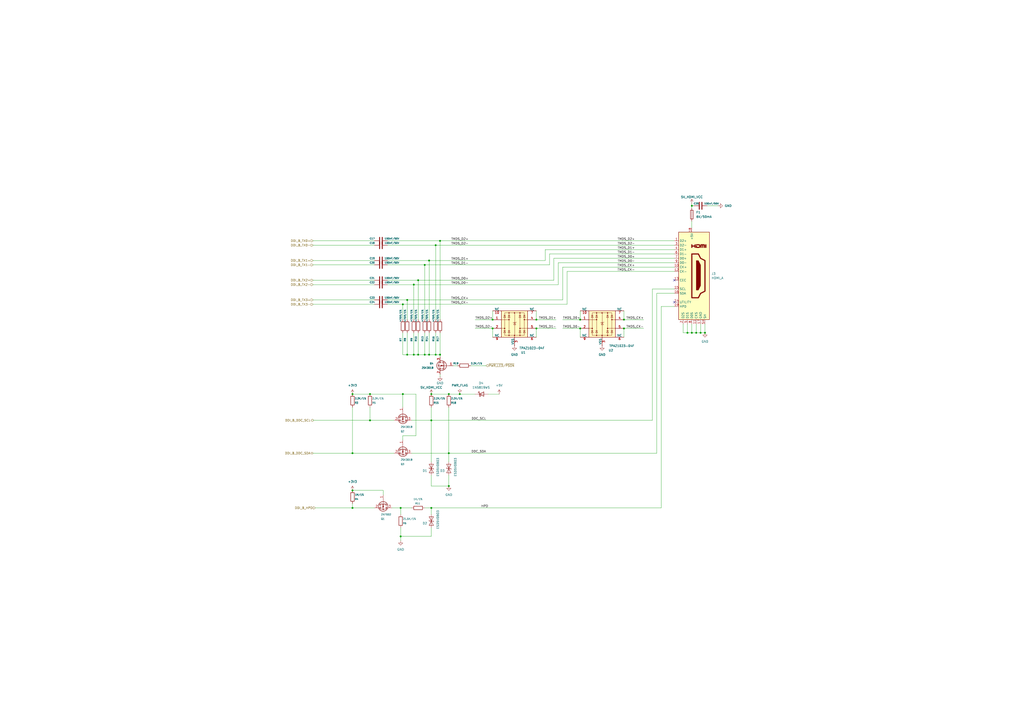
<source format=kicad_sch>
(kicad_sch (version 20231120) (generator "eeschema") (generator_version "8.0")
  (paper "A2")
  (title_block (title "Primer Carrier for LattePanda Mu") (date "2024-03-13") (rev "V1.0.0") (company "DFRobot"))
  (lib_symbols
    (symbol "2N7002_1" (pin_names hide)
      (property "Reference" "Q" (at 5.08 1.905 0))
      (property "Value" "2N7002" (at 5.08 0 0))
      (symbol "2N7002_1_0_1"
        (polyline (pts (xy 0.254 0) (xy -2.54 0)))
        (polyline (pts (xy 0.254 1.905) (xy 0.254 -1.905)) (stroke (width 0.254)))
        (polyline (pts (xy 0.762 -1.27) (xy 0.762 -2.286)) (stroke (width 0.254)))
        (polyline (pts (xy 0.762 0.508) (xy 0.762 -0.508)) (stroke (width 0.254)))
        (polyline (pts (xy 0.762 2.286) (xy 0.762 1.27)) (stroke (width 0.254)))
        (polyline (pts (xy 2.54 2.54) (xy 2.54 1.778)))
        (polyline (pts (xy 2.54 -2.54) (xy 2.54 0) (xy 0.762 0)))
        (polyline (pts (xy 0.762 -1.778) (xy 3.302 -1.778) (xy 3.302 1.778) (xy 0.762 1.778)))
        (polyline (pts (xy 1.016 0) (xy 2.032 0.381) (xy 2.032 -0.381) (xy 1.016 0)) (fill (type outline)))
        (polyline (pts (xy 2.794 0.508) (xy 2.921 0.381) (xy 3.683 0.381) (xy 3.81 0.254)))
        (polyline (pts (xy 3.302 0.381) (xy 2.921 -0.254) (xy 3.683 -0.254) (xy 3.302 0.381)))
        (circle (center 1.651 0) (radius 2.794) (stroke (width 0.254)))
        (circle (center 2.54 -1.778) (radius 0.254) (fill (type outline)))
        (circle (center 2.54 1.778) (radius 0.254) (fill (type outline)))
      )
      (symbol "2N7002_1_1_1"
        (pin input line (at -5.08 0 0) (length 2.54) (name "G") (number "1"))
        (pin passive line (at 2.54 -5.08 90) (length 2.54) (name "S") (number "2"))
        (pin passive line (at 2.54 5.08 270) (length 2.54) (name "D") (number "3"))
      )
    )
    (symbol "2N7002_2" (pin_names hide)
      (property "Reference" "Q" (at 5.08 1.905 0))
      (property "Value" "2N7002" (at 5.08 0 0))
      (symbol "2N7002_2_0_1"
        (polyline (pts (xy 0.254 0) (xy -2.54 0)))
        (polyline (pts (xy 0.254 1.905) (xy 0.254 -1.905)) (stroke (width 0.254)))
        (polyline (pts (xy 0.762 -1.27) (xy 0.762 -2.286)) (stroke (width 0.254)))
        (polyline (pts (xy 0.762 0.508) (xy 0.762 -0.508)) (stroke (width 0.254)))
        (polyline (pts (xy 0.762 2.286) (xy 0.762 1.27)) (stroke (width 0.254)))
        (polyline (pts (xy 2.54 2.54) (xy 2.54 1.778)))
        (polyline (pts (xy 2.54 -2.54) (xy 2.54 0) (xy 0.762 0)))
        (polyline (pts (xy 0.762 -1.778) (xy 3.302 -1.778) (xy 3.302 1.778) (xy 0.762 1.778)))
        (polyline (pts (xy 1.016 0) (xy 2.032 0.381) (xy 2.032 -0.381) (xy 1.016 0)) (fill (type outline)))
        (polyline (pts (xy 2.794 0.508) (xy 2.921 0.381) (xy 3.683 0.381) (xy 3.81 0.254)))
        (polyline (pts (xy 3.302 0.381) (xy 2.921 -0.254) (xy 3.683 -0.254) (xy 3.302 0.381)))
        (circle (center 1.651 0) (radius 2.794) (stroke (width 0.254)))
        (circle (center 2.54 -1.778) (radius 0.254) (fill (type outline)))
        (circle (center 2.54 1.778) (radius 0.254) (fill (type outline)))
      )
      (symbol "2N7002_2_1_1"
        (pin input line (at -5.08 0 0) (length 2.54) (name "G") (number "1"))
        (pin passive line (at 2.54 -5.08 90) (length 2.54) (name "S") (number "2"))
        (pin passive line (at 2.54 5.08 270) (length 2.54) (name "D") (number "3"))
      )
    )
    (symbol "2N7002_3" (pin_names hide)
      (property "Reference" "Q" (at 5.08 1.905 0))
      (property "Value" "2N7002" (at 5.08 0 0))
      (symbol "2N7002_3_0_1"
        (polyline (pts (xy 0.254 0) (xy -2.54 0)))
        (polyline (pts (xy 0.254 1.905) (xy 0.254 -1.905)) (stroke (width 0.254)))
        (polyline (pts (xy 0.762 -1.27) (xy 0.762 -2.286)) (stroke (width 0.254)))
        (polyline (pts (xy 0.762 0.508) (xy 0.762 -0.508)) (stroke (width 0.254)))
        (polyline (pts (xy 0.762 2.286) (xy 0.762 1.27)) (stroke (width 0.254)))
        (polyline (pts (xy 2.54 2.54) (xy 2.54 1.778)))
        (polyline (pts (xy 2.54 -2.54) (xy 2.54 0) (xy 0.762 0)))
        (polyline (pts (xy 0.762 -1.778) (xy 3.302 -1.778) (xy 3.302 1.778) (xy 0.762 1.778)))
        (polyline (pts (xy 1.016 0) (xy 2.032 0.381) (xy 2.032 -0.381) (xy 1.016 0)) (fill (type outline)))
        (polyline (pts (xy 2.794 0.508) (xy 2.921 0.381) (xy 3.683 0.381) (xy 3.81 0.254)))
        (polyline (pts (xy 3.302 0.381) (xy 2.921 -0.254) (xy 3.683 -0.254) (xy 3.302 0.381)))
        (circle (center 1.651 0) (radius 2.794) (stroke (width 0.254)))
        (circle (center 2.54 -1.778) (radius 0.254) (fill (type outline)))
        (circle (center 2.54 1.778) (radius 0.254) (fill (type outline)))
      )
      (symbol "2N7002_3_1_1"
        (pin input line (at -5.08 0 0) (length 2.54) (name "G") (number "1"))
        (pin passive line (at 2.54 -5.08 90) (length 2.54) (name "S") (number "2"))
        (pin passive line (at 2.54 5.08 270) (length 2.54) (name "D") (number "3"))
      )
    )
    (symbol "Connector:HDMI_A"
      (property "Reference" "J" (at -6.35 26.67 0))
      (property "Value" "HDMI_A" (at 10.16 26.67 0))
      (symbol "HDMI_A_0_0"
        (polyline (pts (xy 8.128 16.51) (xy 8.128 18.034)) (stroke (width 0.635)))
        (polyline (pts (xy 0 16.51) (xy 0 18.034) (xy 0 17.272) (xy 1.905 17.272) (xy 1.905 18.034) (xy 1.905 16.51)) (stroke (width 0.635)))
        (polyline (pts (xy 2.667 18.034) (xy 4.318 18.034) (xy 4.572 17.78) (xy 4.572 16.764) (xy 4.318 16.51) (xy 2.667 16.51) (xy 2.667 17.272)) (stroke (width 0.635)))
      )
      (symbol "HDMI_A_0_1"
        (rectangle (start -7.62 25.4) (end 10.16 -25.4) (stroke (width 0.254)) (fill (type background)))
        (polyline (pts (xy 2.54 8.89) (xy 3.81 8.89) (xy 5.08 6.35) (xy 5.08 -5.715) (xy 3.81 -8.255) (xy 2.54 -8.255) (xy 2.54 8.89)) (fill (type outline)))
        (polyline (pts (xy 5.334 16.51) (xy 5.334 18.034) (xy 6.35 18.034) (xy 6.35 16.51) (xy 6.35 18.034) (xy 7.112 18.034) (xy 7.366 17.78) (xy 7.366 16.51)) (stroke (width 0.635)))
        (polyline (pts (xy 0 12.7) (xy 0 -12.7) (xy 3.81 -12.7) (xy 5.08 -10.16) (xy 7.62 -8.89) (xy 7.62 8.89) (xy 5.08 10.16) (xy 3.81 12.7) (xy 0 12.7)) (stroke (width 0.635)))
      )
      (symbol "HDMI_A_1_1"
        (pin passive line (at -10.16 20.32 0) (length 2.54) (name "D2+") (number "1"))
        (pin passive line (at -10.16 5.08 0) (length 2.54) (name "CK+") (number "10"))
        (pin power_in line (at 2.54 -27.94 90) (length 2.54) (name "CKS") (number "11"))
        (pin passive line (at -10.16 2.54 0) (length 2.54) (name "CK-") (number "12"))
        (pin bidirectional line (at -10.16 -2.54 0) (length 2.54) (name "CEC") (number "13"))
        (pin passive line (at -10.16 -15.24 0) (length 2.54) (name "UTILITY") (number "14"))
        (pin passive line (at -10.16 -7.62 0) (length 2.54) (name "SCL") (number "15"))
        (pin bidirectional line (at -10.16 -10.16 0) (length 2.54) (name "SDA") (number "16"))
        (pin power_in line (at 5.08 -27.94 90) (length 2.54) (name "GND") (number "17"))
        (pin power_in line (at 0 27.94 270) (length 2.54) (name "+5V") (number "18"))
        (pin passive line (at -10.16 -17.78 0) (length 2.54) (name "HPD") (number "19"))
        (pin power_in line (at -5.08 -27.94 90) (length 2.54) (name "D2S") (number "2"))
        (pin passive line (at -10.16 17.78 0) (length 2.54) (name "D2-") (number "3"))
        (pin passive line (at -10.16 15.24 0) (length 2.54) (name "D1+") (number "4"))
        (pin power_in line (at -2.54 -27.94 90) (length 2.54) (name "D1S") (number "5"))
        (pin passive line (at -10.16 12.7 0) (length 2.54) (name "D1-") (number "6"))
        (pin passive line (at -10.16 10.16 0) (length 2.54) (name "D0+") (number "7"))
        (pin power_in line (at 0 -27.94 90) (length 2.54) (name "D0S") (number "8"))
        (pin passive line (at -10.16 7.62 0) (length 2.54) (name "D0-") (number "9"))
        (pin passive line (at 7.62 -27.94 90) (length 2.54) (name "SH") (number "SH"))
      )
    )
    (symbol "Device:C" (pin_numbers hide) (pin_names (offset 0.254))
      (property "Reference" "C" (at 0.635 2.54 0))
      (property "Value" "C" (at 0.635 -2.54 0))
      (symbol "C_0_1"
        (polyline (pts (xy -2.032 -0.762) (xy 2.032 -0.762)) (stroke (width 0.508)))
        (polyline (pts (xy -2.032 0.762) (xy 2.032 0.762)) (stroke (width 0.508)))
      )
      (symbol "C_1_1"
        (pin passive line (at 0 3.81 270) (length 2.794) (name "~") (number "1"))
        (pin passive line (at 0 -3.81 90) (length 2.794) (name "~") (number "2"))
      )
    )
    (symbol "Device:Fuse" (pin_numbers hide) (pin_names (offset 0))
      (property "Reference" "F" (at 2.032 0 90))
      (property "Value" "Fuse" (at -1.905 0 90))
      (symbol "Fuse_0_1"
        (rectangle (start -0.762 -2.54) (end 0.762 2.54) (stroke (width 0.254)))
        (polyline (pts (xy 0 2.54) (xy 0 -2.54)))
      )
      (symbol "Fuse_1_1"
        (pin passive line (at 0 3.81 270) (length 1.27) (name "~") (number "1"))
        (pin passive line (at 0 -3.81 90) (length 1.27) (name "~") (number "2"))
      )
    )
    (symbol "Device:R" (pin_numbers hide) (pin_names (offset 0))
      (property "Reference" "R" (at 2.032 0 90))
      (property "Value" "R" (at 0 0 90))
      (symbol "R_0_1"
        (rectangle (start -1.016 -2.54) (end 1.016 2.54) (stroke (width 0.254)))
      )
      (symbol "R_1_1"
        (pin passive line (at 0 3.81 270) (length 1.27) (name "~") (number "1"))
        (pin passive line (at 0 -3.81 90) (length 1.27) (name "~") (number "2"))
      )
    )
    (symbol "Diode:1N5819WS" (pin_numbers hide) (pin_names (offset 1.016) hide)
      (property "Reference" "D" (at 0 2.54 0))
      (property "Value" "1N5819WS" (at 0 -2.54 0))
      (symbol "1N5819WS_0_1"
        (polyline (pts (xy 1.27 0) (xy -1.27 0)))
        (polyline (pts (xy 1.27 1.27) (xy 1.27 -1.27) (xy -1.27 0) (xy 1.27 1.27)) (stroke (width 0.254)))
        (polyline (pts (xy -1.905 0.635) (xy -1.905 1.27) (xy -1.27 1.27) (xy -1.27 -1.27) (xy -0.635 -1.27) (xy -0.635 -0.635)) (stroke (width 0.254)))
      )
      (symbol "1N5819WS_1_1"
        (pin passive line (at -3.81 0 0) (length 2.54) (name "K") (number "1"))
        (pin passive line (at 3.81 0 180) (length 2.54) (name "A") (number "2"))
      )
    )
    (symbol "Diode:ESD9B5.0ST5G" (pin_numbers hide) (pin_names (offset 1.016) hide)
      (property "Reference" "D" (at 0 2.54 0))
      (property "Value" "ESD9B5.0ST5G" (at 0 -2.54 0))
      (symbol "ESD9B5.0ST5G_0_1"
        (polyline (pts (xy 1.27 0) (xy -1.27 0)))
        (polyline (pts (xy -2.54 -1.27) (xy 0 0) (xy -2.54 1.27) (xy -2.54 -1.27)) (stroke (width 0.2032)))
        (polyline (pts (xy 0.508 1.27) (xy 0 1.27) (xy 0 -1.27) (xy -0.508 -1.27)) (stroke (width 0.2032)))
        (polyline (pts (xy 2.54 1.27) (xy 2.54 -1.27) (xy 0 0) (xy 2.54 1.27)) (stroke (width 0.2032)))
      )
      (symbol "ESD9B5.0ST5G_1_1"
        (pin passive line (at -3.81 0 0) (length 2.54) (name "A1") (number "1"))
        (pin passive line (at 3.81 0 180) (length 2.54) (name "A2") (number "2"))
      )
    )
    (symbol "Power_Protection:D3V3XA4B10LP" (pin_names (offset 0))
      (property "Reference" "U" (at -0.635 8.89 0))
      (property "Value" "D3V3XA4B10LP" (at 8.89 -10.16 0))
      (symbol "D3V3XA4B10LP_0_0"
        (rectangle (start -5.715 6.477) (end 5.715 -6.604))
        (polyline (pts (xy -3.175 -6.604) (xy -3.175 6.477)))
        (polyline (pts (xy 0.127 6.477) (xy 0.127 -6.604)))
        (polyline (pts (xy 3.175 6.477) (xy 3.175 -6.604)))
      )
      (symbol "D3V3XA4B10LP_0_1"
        (rectangle (start -7.62 7.62) (end 7.62 -7.62) (stroke (width 0.254)) (fill (type background)))
        (circle (center -5.715 -2.54) (radius 0.2794) (fill (type outline)))
        (circle (center -3.175 -6.604) (radius 0.2794) (fill (type outline)))
        (circle (center -3.175 2.54) (radius 0.2794) (fill (type outline)))
        (circle (center -3.175 6.477) (radius 0.2794) (fill (type outline)))
        (circle (center 0 -6.604) (radius 0.2794) (fill (type outline)))
        (polyline (pts (xy -7.747 2.54) (xy -3.175 2.54)))
        (polyline (pts (xy -7.62 -2.54) (xy -5.715 -2.54)))
        (polyline (pts (xy -5.08 -3.81) (xy -6.35 -3.81)))
        (polyline (pts (xy -5.08 5.08) (xy -6.35 5.08)))
        (polyline (pts (xy -2.54 -3.81) (xy -3.81 -3.81)))
        (polyline (pts (xy -2.54 5.08) (xy -3.81 5.08)))
        (polyline (pts (xy -0.508 0.889) (xy -0.889 0.635)))
        (polyline (pts (xy 0 -6.604) (xy 0 -7.62)))
        (polyline (pts (xy 0.762 0.889) (xy -0.508 0.889)))
        (polyline (pts (xy 0.762 0.889) (xy 1.143 1.143)))
        (polyline (pts (xy 3.81 -3.81) (xy 2.54 -3.81)))
        (polyline (pts (xy 3.81 5.08) (xy 2.54 5.08)))
        (polyline (pts (xy 6.35 -3.81) (xy 5.08 -3.81)))
        (polyline (pts (xy 6.35 5.08) (xy 5.08 5.08)))
        (polyline (pts (xy 7.62 -2.54) (xy 3.175 -2.54)))
        (polyline (pts (xy 7.62 2.54) (xy 5.715 2.54)))
        (polyline (pts (xy -5.08 -5.08) (xy -6.35 -5.08) (xy -5.715 -3.81) (xy -5.08 -5.08)))
        (polyline (pts (xy -5.08 3.81) (xy -6.35 3.81) (xy -5.715 5.08) (xy -5.08 3.81)))
        (polyline (pts (xy -2.54 -5.08) (xy -3.81 -5.08) (xy -3.175 -3.81) (xy -2.54 -5.08)))
        (polyline (pts (xy -2.54 3.81) (xy -3.81 3.81) (xy -3.175 5.08) (xy -2.54 3.81)))
        (polyline (pts (xy 0.762 -0.381) (xy -0.508 -0.381) (xy 0.127 0.889) (xy 0.762 -0.381)))
        (polyline (pts (xy 3.81 -5.08) (xy 2.54 -5.08) (xy 3.175 -3.81) (xy 3.81 -5.08)))
        (polyline (pts (xy 3.81 3.81) (xy 2.54 3.81) (xy 3.175 5.08) (xy 3.81 3.81)))
        (polyline (pts (xy 6.35 -5.08) (xy 5.08 -5.08) (xy 5.715 -3.81) (xy 6.35 -5.08)))
        (polyline (pts (xy 6.35 3.81) (xy 5.08 3.81) (xy 5.715 5.08) (xy 6.35 3.81)))
        (circle (center 0 6.477) (radius 0.2794) (fill (type outline)))
        (circle (center 3.175 -6.604) (radius 0.2794) (fill (type outline)))
        (circle (center 3.175 -2.54) (radius 0.2794) (fill (type outline)))
        (circle (center 3.175 6.477) (radius 0.2794) (fill (type outline)))
        (circle (center 5.715 2.54) (radius 0.2794) (fill (type outline)))
      )
      (symbol "D3V3XA4B10LP_1_1"
        (pin passive line (at -12.7 2.54 0) (length 5.08) (name "~") (number "1"))
        (pin free line (at -12.7 7.62 0) (length 5.08) (name "NC") (number "10"))
        (pin passive line (at -12.7 -2.54 0) (length 5.08) (name "~") (number "2"))
        (pin power_in line (at 0 -12.7 90) (length 5.08) (name "VSS") (number "3"))
        (pin passive line (at 12.7 2.54 180) (length 5.08) (name "~") (number "4"))
        (pin passive line (at 12.7 -2.54 180) (length 5.08) (name "~") (number "5"))
        (pin free line (at 12.7 -7.62 180) (length 5.08) (name "NC") (number "6"))
        (pin free line (at 12.7 7.62 180) (length 5.08) (name "NC") (number "7"))
        (pin passive line (at 0 -12.7 90) (length 5.08) hide (name "VSS") (number "8"))
        (pin free line (at -12.7 -7.62 0) (length 5.08) (name "NC") (number "9"))
      )
    )
    (symbol "Transistor_FET:2N7002" (pin_names hide)
      (property "Reference" "Q" (at 5.08 1.905 0))
      (property "Value" "2N7002" (at 5.08 0 0))
      (symbol "2N7002_0_1"
        (polyline (pts (xy 0.254 0) (xy -2.54 0)))
        (polyline (pts (xy 0.254 1.905) (xy 0.254 -1.905)) (stroke (width 0.254)))
        (polyline (pts (xy 0.762 -1.27) (xy 0.762 -2.286)) (stroke (width 0.254)))
        (polyline (pts (xy 0.762 0.508) (xy 0.762 -0.508)) (stroke (width 0.254)))
        (polyline (pts (xy 0.762 2.286) (xy 0.762 1.27)) (stroke (width 0.254)))
        (polyline (pts (xy 2.54 2.54) (xy 2.54 1.778)))
        (polyline (pts (xy 2.54 -2.54) (xy 2.54 0) (xy 0.762 0)))
        (polyline (pts (xy 0.762 -1.778) (xy 3.302 -1.778) (xy 3.302 1.778) (xy 0.762 1.778)))
        (polyline (pts (xy 1.016 0) (xy 2.032 0.381) (xy 2.032 -0.381) (xy 1.016 0)) (fill (type outline)))
        (polyline (pts (xy 2.794 0.508) (xy 2.921 0.381) (xy 3.683 0.381) (xy 3.81 0.254)))
        (polyline (pts (xy 3.302 0.381) (xy 2.921 -0.254) (xy 3.683 -0.254) (xy 3.302 0.381)))
        (circle (center 1.651 0) (radius 2.794) (stroke (width 0.254)))
        (circle (center 2.54 -1.778) (radius 0.254) (fill (type outline)))
        (circle (center 2.54 1.778) (radius 0.254) (fill (type outline)))
      )
      (symbol "2N7002_1_1"
        (pin input line (at -5.08 0 0) (length 2.54) (name "G") (number "1"))
        (pin passive line (at 2.54 -5.08 90) (length 2.54) (name "S") (number "2"))
        (pin passive line (at 2.54 5.08 270) (length 2.54) (name "D") (number "3"))
      )
    )
    (symbol "power:+3V3" (power) (pin_numbers hide) (pin_names (offset 0) hide)
      (property "Value" "+3V3" (at 0 3.556 0))
      (symbol "+3V3_0_1"
        (polyline (pts (xy -0.762 1.27) (xy 0 2.54)))
        (polyline (pts (xy 0 0) (xy 0 2.54)))
        (polyline (pts (xy 0 2.54) (xy 0.762 1.27)))
      )
      (symbol "+3V3_1_1"
        (pin power_in line (at 0 0 90) (length 0) (name "~") (number "1"))
      )
    )
    (symbol "power:+5V" (power) (pin_numbers hide) (pin_names (offset 0) hide)
      (property "Value" "+5V" (at 0 3.556 0))
      (symbol "+5V_0_1"
        (polyline (pts (xy -0.762 1.27) (xy 0 2.54)))
        (polyline (pts (xy 0 0) (xy 0 2.54)))
        (polyline (pts (xy 0 2.54) (xy 0.762 1.27)))
      )
      (symbol "+5V_1_1"
        (pin power_in line (at 0 0 90) (length 0) (name "~") (number "1"))
      )
    )
    (symbol "power:GND" (power) (pin_numbers hide) (pin_names (offset 0) hide)
      (property "Value" "GND" (at 0 -3.81 0))
      (symbol "GND_0_1"
        (polyline (pts (xy 0 0) (xy 0 -1.27) (xy 1.27 -1.27) (xy 0 -2.54) (xy -1.27 -1.27) (xy 0 -1.27)))
      )
      (symbol "GND_1_1"
        (pin power_in line (at 0 0 270) (length 0) (name "~") (number "1"))
      )
    )
    (symbol "power:PWR_FLAG" (power) (pin_numbers hide) (pin_names (offset 0) hide)
      (property "Value" "PWR_FLAG" (at 0 3.81 0))
      (symbol "PWR_FLAG_0_0"
        (pin power_out line (at 0 0 90) (length 0) (name "~") (number "1"))
      )
      (symbol "PWR_FLAG_0_1"
        (polyline (pts (xy 0 0) (xy 0 1.27) (xy -1.016 1.905) (xy 0 2.54) (xy 1.016 1.905) (xy 0 1.27)))
      )
    )
    (symbol "power:VCC" (power) (pin_numbers hide) (pin_names (offset 0) hide)
      (property "Value" "VCC" (at 0 3.556 0))
      (symbol "VCC_0_1"
        (polyline (pts (xy -0.762 1.27) (xy 0 2.54)))
        (polyline (pts (xy 0 0) (xy 0 2.54)))
        (polyline (pts (xy 0 2.54) (xy 0.762 1.27)))
      )
      (symbol "VCC_1_1"
        (pin power_in line (at 0 0 90) (length 0) (name "~") (number "1"))
      )
    )
  )
  (junction (at 260.35 228.6))
  (junction (at 233.68 176.53))
  (junction (at 236.22 173.99))
  (junction (at 204.47 294.64))
  (junction (at 204.47 228.6))
  (junction (at 252.73 205.74))
  (junction (at 336.55 190.5))
  (junction (at 204.47 284.48))
  (junction (at 260.35 281.94))
  (junction (at 240.03 205.74))
  (junction (at 248.92 151.13))
  (junction (at 242.57 162.56))
  (junction (at 285.75 185.42))
  (junction (at 403.86 193.04))
  (junction (at 401.32 193.04))
  (junction (at 361.95 190.5))
  (junction (at 311.15 190.5))
  (junction (at 250.19 294.64))
  (junction (at 246.38 153.67))
  (junction (at 255.27 139.7))
  (junction (at 255.27 205.74))
  (junction (at 401.32 119.38))
  (junction (at 242.57 205.74))
  (junction (at 214.63 243.84))
  (junction (at 260.35 262.89))
  (junction (at 336.55 185.42))
  (junction (at 406.4 193.04))
  (junction (at 240.03 165.1))
  (junction (at 250.19 243.84))
  (junction (at 408.94 193.04))
  (junction (at 236.22 205.74))
  (junction (at 204.47 262.89))
  (junction (at 398.78 193.04))
  (junction (at 311.15 185.42))
  (junction (at 252.73 142.24))
  (junction (at 232.41 311.15))
  (junction (at 214.63 228.6))
  (junction (at 233.68 228.6))
  (junction (at 246.38 205.74))
  (junction (at 285.75 190.5))
  (junction (at 232.41 294.64))
  (junction (at 250.19 228.6))
  (junction (at 266.7 228.6))
  (junction (at 361.95 185.42))
  (junction (at 248.92 205.74))
  (no_connect (at 391.16 162.56))
  (no_connect (at 391.16 175.26))
  (wire (pts (xy 214.63 236.22) (xy 214.63 243.84)))
  (wire (pts (xy 361.95 190.5) (xy 361.95 195.58)))
  (wire (pts (xy 227.33 294.64) (xy 232.41 294.64)))
  (wire (pts (xy 236.22 185.42) (xy 236.22 173.99)))
  (wire (pts (xy 260.35 236.22) (xy 260.35 262.89)))
  (wire (pts (xy 275.59 185.42) (xy 285.75 185.42)))
  (wire (pts (xy 285.75 185.42) (xy 285.75 180.34)))
  (wire (pts (xy 383.54 177.8) (xy 391.16 177.8)))
  (wire (pts (xy 246.38 205.74) (xy 242.57 205.74)))
  (wire (pts (xy 236.22 173.99) (xy 224.79 173.99)))
  (wire (pts (xy 252.73 142.24) (xy 391.16 142.24)))
  (wire (pts (xy 255.27 193.04) (xy 255.27 205.74)))
  (wire (pts (xy 233.68 176.53) (xy 233.68 185.42)))
  (wire (pts (xy 408.94 187.96) (xy 408.94 193.04)))
  (wire (pts (xy 396.24 187.96) (xy 396.24 193.04)))
  (wire (pts (xy 311.15 185.42) (xy 311.15 180.34)))
  (wire (pts (xy 222.25 287.02) (xy 222.25 284.48)))
  (wire (pts (xy 246.38 153.67) (xy 224.79 153.67)))
  (wire (pts (xy 236.22 173.99) (xy 326.39 173.99)))
  (wire (pts (xy 316.23 144.78) (xy 391.16 144.78)))
  (wire (pts (xy 255.27 139.7) (xy 224.79 139.7)))
  (wire (pts (xy 250.19 228.6) (xy 260.35 228.6)))
  (wire (pts (xy 181.61 176.53) (xy 217.17 176.53)))
  (wire (pts (xy 250.19 275.59) (xy 250.19 281.94)))
  (wire (pts (xy 214.63 243.84) (xy 228.6 243.84)))
  (wire (pts (xy 252.73 185.42) (xy 252.73 142.24)))
  (wire (pts (xy 378.46 243.84) (xy 378.46 167.64)))
  (wire (pts (xy 240.03 185.42) (xy 240.03 165.1)))
  (wire (pts (xy 260.35 262.89) (xy 238.76 262.89)))
  (wire (pts (xy 383.54 294.64) (xy 383.54 177.8)))
  (wire (pts (xy 181.61 173.99) (xy 217.17 173.99)))
  (wire (pts (xy 323.85 165.1) (xy 323.85 152.4)))
  (wire (pts (xy 233.68 176.53) (xy 328.93 176.53)))
  (wire (pts (xy 283.21 228.6) (xy 289.56 228.6)))
  (wire (pts (xy 255.27 205.74) (xy 252.73 205.74)))
  (wire (pts (xy 378.46 167.64) (xy 391.16 167.64)))
  (wire (pts (xy 326.39 185.42) (xy 336.55 185.42)))
  (wire (pts (xy 236.22 193.04) (xy 236.22 205.74)))
  (wire (pts (xy 361.95 180.34) (xy 361.95 185.42)))
  (wire (pts (xy 248.92 185.42) (xy 248.92 151.13)))
  (wire (pts (xy 248.92 205.74) (xy 246.38 205.74)))
  (wire (pts (xy 311.15 185.42) (xy 322.58 185.42)))
  (wire (pts (xy 398.78 187.96) (xy 398.78 193.04)))
  (wire (pts (xy 260.35 228.6) (xy 266.7 228.6)))
  (wire (pts (xy 255.27 207.01) (xy 255.27 205.74)))
  (wire (pts (xy 240.03 165.1) (xy 224.79 165.1)))
  (wire (pts (xy 242.57 162.56) (xy 321.31 162.56)))
  (wire (pts (xy 273.05 212.09) (xy 281.94 212.09)))
  (wire (pts (xy 403.86 187.96) (xy 403.86 193.04)))
  (wire (pts (xy 181.61 162.56) (xy 217.17 162.56)))
  (wire (pts (xy 318.77 147.32) (xy 391.16 147.32)))
  (wire (pts (xy 248.92 151.13) (xy 316.23 151.13)))
  (wire (pts (xy 182.88 294.64) (xy 204.47 294.64)))
  (wire (pts (xy 181.61 243.84) (xy 214.63 243.84)))
  (wire (pts (xy 326.39 154.94) (xy 391.16 154.94)))
  (wire (pts (xy 336.55 190.5) (xy 336.55 195.58)))
  (wire (pts (xy 246.38 294.64) (xy 250.19 294.64)))
  (wire (pts (xy 204.47 262.89) (xy 228.6 262.89)))
  (wire (pts (xy 403.86 193.04) (xy 406.4 193.04)))
  (wire (pts (xy 252.73 205.74) (xy 248.92 205.74)))
  (wire (pts (xy 232.41 294.64) (xy 238.76 294.64)))
  (wire (pts (xy 242.57 162.56) (xy 224.79 162.56)))
  (wire (pts (xy 250.19 243.84) (xy 378.46 243.84)))
  (wire (pts (xy 250.19 294.64) (xy 250.19 298.45)))
  (wire (pts (xy 401.32 193.04) (xy 403.86 193.04)))
  (wire (pts (xy 233.68 255.27) (xy 233.68 252.73)))
  (wire (pts (xy 250.19 243.84) (xy 250.19 236.22)))
  (wire (pts (xy 401.32 119.38) (xy 401.32 120.65)))
  (wire (pts (xy 246.38 193.04) (xy 246.38 205.74)))
  (wire (pts (xy 204.47 294.64) (xy 217.17 294.64)))
  (wire (pts (xy 242.57 205.74) (xy 240.03 205.74)))
  (wire (pts (xy 311.15 190.5) (xy 322.58 190.5)))
  (wire (pts (xy 204.47 228.6) (xy 214.63 228.6)))
  (wire (pts (xy 181.61 139.7) (xy 217.17 139.7)))
  (wire (pts (xy 242.57 185.42) (xy 242.57 162.56)))
  (wire (pts (xy 250.19 281.94) (xy 260.35 281.94)))
  (wire (pts (xy 255.27 217.17) (xy 255.27 218.44)))
  (wire (pts (xy 250.19 306.07) (xy 250.19 311.15)))
  (wire (pts (xy 250.19 294.64) (xy 383.54 294.64)))
  (wire (pts (xy 361.95 190.5) (xy 373.38 190.5)))
  (wire (pts (xy 248.92 193.04) (xy 248.92 205.74)))
  (wire (pts (xy 233.68 236.22) (xy 233.68 228.6)))
  (wire (pts (xy 402.59 119.38) (xy 401.32 119.38)))
  (wire (pts (xy 318.77 153.67) (xy 318.77 147.32)))
  (wire (pts (xy 232.41 306.07) (xy 232.41 311.15)))
  (wire (pts (xy 255.27 185.42) (xy 255.27 139.7)))
  (wire (pts (xy 336.55 180.34) (xy 336.55 185.42)))
  (wire (pts (xy 262.89 212.09) (xy 265.43 212.09)))
  (wire (pts (xy 401.32 118.11) (xy 401.32 119.38)))
  (wire (pts (xy 401.32 187.96) (xy 401.32 193.04)))
  (wire (pts (xy 241.3 228.6) (xy 233.68 228.6)))
  (wire (pts (xy 250.19 311.15) (xy 232.41 311.15)))
  (wire (pts (xy 316.23 151.13) (xy 316.23 144.78)))
  (wire (pts (xy 233.68 193.04) (xy 233.68 205.74)))
  (wire (pts (xy 311.15 195.58) (xy 311.15 190.5)))
  (wire (pts (xy 233.68 228.6) (xy 214.63 228.6)))
  (wire (pts (xy 181.61 165.1) (xy 217.17 165.1)))
  (wire (pts (xy 181.61 151.13) (xy 217.17 151.13)))
  (wire (pts (xy 396.24 193.04) (xy 398.78 193.04)))
  (wire (pts (xy 233.68 252.73) (xy 241.3 252.73)))
  (wire (pts (xy 323.85 152.4) (xy 391.16 152.4)))
  (wire (pts (xy 406.4 187.96) (xy 406.4 193.04)))
  (wire (pts (xy 266.7 228.6) (xy 275.59 228.6)))
  (wire (pts (xy 260.35 275.59) (xy 260.35 281.94)))
  (wire (pts (xy 328.93 176.53) (xy 328.93 157.48)))
  (wire (pts (xy 250.19 243.84) (xy 250.19 267.97)))
  (wire (pts (xy 242.57 193.04) (xy 242.57 205.74)))
  (wire (pts (xy 398.78 193.04) (xy 401.32 193.04)))
  (wire (pts (xy 204.47 292.1) (xy 204.47 294.64)))
  (wire (pts (xy 255.27 139.7) (xy 391.16 139.7)))
  (wire (pts (xy 401.32 128.27) (xy 401.32 132.08)))
  (wire (pts (xy 260.35 262.89) (xy 260.35 267.97)))
  (wire (pts (xy 252.73 193.04) (xy 252.73 205.74)))
  (wire (pts (xy 181.61 153.67) (xy 217.17 153.67)))
  (wire (pts (xy 326.39 190.5) (xy 336.55 190.5)))
  (wire (pts (xy 236.22 205.74) (xy 233.68 205.74)))
  (wire (pts (xy 240.03 165.1) (xy 323.85 165.1)))
  (wire (pts (xy 232.41 311.15) (xy 232.41 313.69)))
  (wire (pts (xy 246.38 153.67) (xy 318.77 153.67)))
  (wire (pts (xy 321.31 162.56) (xy 321.31 149.86)))
  (wire (pts (xy 252.73 142.24) (xy 224.79 142.24)))
  (wire (pts (xy 204.47 284.48) (xy 222.25 284.48)))
  (wire (pts (xy 321.31 149.86) (xy 391.16 149.86)))
  (wire (pts (xy 275.59 190.5) (xy 285.75 190.5)))
  (wire (pts (xy 381 170.18) (xy 381 262.89)))
  (wire (pts (xy 248.92 151.13) (xy 224.79 151.13)))
  (wire (pts (xy 181.61 142.24) (xy 217.17 142.24)))
  (wire (pts (xy 240.03 205.74) (xy 236.22 205.74)))
  (wire (pts (xy 406.4 193.04) (xy 408.94 193.04)))
  (wire (pts (xy 181.61 262.89) (xy 204.47 262.89)))
  (wire (pts (xy 246.38 185.42) (xy 246.38 153.67)))
  (wire (pts (xy 410.21 119.38) (xy 416.56 119.38)))
  (wire (pts (xy 391.16 170.18) (xy 381 170.18)))
  (wire (pts (xy 328.93 157.48) (xy 391.16 157.48)))
  (wire (pts (xy 285.75 195.58) (xy 285.75 190.5)))
  (wire (pts (xy 260.35 262.89) (xy 381 262.89)))
  (wire (pts (xy 326.39 173.99) (xy 326.39 154.94)))
  (wire (pts (xy 232.41 294.64) (xy 232.41 298.45)))
  (wire (pts (xy 241.3 252.73) (xy 241.3 228.6)))
  (wire (pts (xy 204.47 236.22) (xy 204.47 262.89)))
  (wire (pts (xy 373.38 185.42) (xy 361.95 185.42)))
  (wire (pts (xy 238.76 243.84) (xy 250.19 243.84)))
  (wire (pts (xy 224.79 176.53) (xy 233.68 176.53)))
  (wire (pts (xy 240.03 193.04) (xy 240.03 205.74)))
  (label "TMDS_CK-" (at 368.3 157.48 180))
  (label "TMDS_D2+" (at 271.78 139.7 180))
  (label "TMDS_D0+" (at 368.3 149.86 180))
  (label "TMDS_D2-" (at 285.75 190.5 180))
  (label "DDC_SCL" (at 281.94 243.84 180))
  (label "TMDS_CK-" (at 271.78 176.53 180))
  (label "TMDS_D2-" (at 271.78 142.24 180))
  (label "TMDS_D1-" (at 368.3 147.32 180))
  (label "TMDS_D0-" (at 336.55 190.5 180))
  (label "TMDS_D0-" (at 271.78 165.1 180))
  (label "TMDS_D0+" (at 271.78 162.56 180))
  (label "TMDS_D0+" (at 336.55 185.42 180))
  (label "TMDS_D2+" (at 285.75 185.42 180))
  (label "TMDS_CK+" (at 373.38 185.42 180))
  (label "TMDS_CK-" (at 373.38 190.5 180))
  (label "TMDS_D1-" (at 271.78 153.67 180))
  (label "TMDS_D1+" (at 322.58 185.42 180))
  (label "TMDS_D0-" (at 368.3 152.4 180))
  (label "TMDS_CK+" (at 271.78 173.99 180))
  (label "TMDS_CK+" (at 368.3 154.94 180))
  (label "TMDS_D1+" (at 368.3 144.78 180))
  (label "DDC_SDA" (at 281.94 262.89 180))
  (label "TMDS_D2+" (at 368.3 139.7 180))
  (label "TMDS_D2-" (at 368.3 142.24 180))
  (label "TMDS_D1-" (at 322.58 190.5 180))
  (label "HPD" (at 283.21 294.64 180))
  (label "TMDS_D1+" (at 271.78 151.13 180))
  (hierarchical_label "DDI_B_TX3-" (shape input) (at 181.61 176.53 180))
  (hierarchical_label "DDI_B_DDC_SDA" (shape bidirectional) (at 181.61 262.89 180))
  (hierarchical_label "DDI_B_TX0+" (shape input) (at 181.61 139.7 180))
  (hierarchical_label "DDI_B_TX2+" (shape input) (at 181.61 162.56 180))
  (hierarchical_label "DDI_B_HPD" (shape input) (at 182.88 294.64 180))
  (hierarchical_label "DDI_B_TX3+" (shape input) (at 181.61 173.99 180))
  (hierarchical_label "DDI_B_DDC_SCL" (shape output) (at 181.61 243.84 180))
  (hierarchical_label "DDI_B_TX0-" (shape input) (at 181.61 142.24 180))
  (hierarchical_label "~{PWR_LED}{slash}~{PSON}" (shape input) (at 281.94 212.09 0))
  (hierarchical_label "DDI_B_TX1+" (shape input) (at 181.61 151.13 180))
  (hierarchical_label "DDI_B_TX1-" (shape input) (at 181.61 153.67 180))
  (hierarchical_label "DDI_B_TX2-" (shape input) (at 181.61 165.1 180))
  (symbol (lib_id "power:GND") (at 260.35 281.94 0) (unit 1)
    (property "Reference" "#PWR025" (effects (hide yes)))
    (property "Value" "GND" (at 260.35 287.02 0))
  )
  (symbol (lib_id "Device:C") (at 220.98 173.99 90) (unit 1)
    (property "Reference" "C23" (at 215.9 172.72 90) (effects (font (size 1 1))))
    (property "Value" "100nF/50V" (at 227.33 172.72 90) (effects (font (size 1 1))))
    (property "Footprint" "A_HDJ_Library:C_0402_1005Metric" (effects (hide yes)))
    (property "DF_Comment" "贴片电容0402-100nF-50V-X7R_CC0402KRX7R9BB104" (effects (hide yes)))
    (property "SCH_Show_Footprint" "C0402" (effects (hide yes)))
  )
  (symbol (lib_id "Device:R") (at 236.22 189.23 0) (unit 1)
    (property "Reference" "R8" (at 234.95 198.12 90) (effects (font (size 1 1)) (justify left)))
    (property "Value" "470R/1%" (at 234.95 186.69 90) (effects (font (size 1 1)) (justify left)))
    (property "Footprint" "A_HDJ_Library:R_0402_1005Metric" (effects (hide yes)))
    (property "DF_Comment" "贴片电阻0402-470R-1%" (effects (hide yes)))
  )
  (symbol (lib_id "Device:R") (at 250.19 232.41 0) (unit 1)
    (property "Reference" "R15" (at 251.46 233.68 0) (effects (font (size 1 1)) (justify left)))
    (property "Value" "2.2K/1%" (at 251.46 231.14 0) (effects (font (size 1 1)) (justify left)))
    (property "Footprint" "A_HDJ_Library:R_0402_1005Metric" (effects (hide yes)))
    (property "DF_Comment" "贴片电阻0402-2.2K-1%" (effects (hide yes)))
  )
  (symbol (lib_id "power:VCC") (at 401.32 118.11 0) (unit 1)
    (property "Reference" "#PWR029" (effects (hide yes)))
    (property "Value" "5V_HDMI_VCC" (at 401.32 114.3 0))
  )
  (symbol (lib_id "Device:R") (at 204.47 288.29 0) (unit 1)
    (property "Reference" "R4" (at 205.74 289.56 0) (effects (font (size 1 1)) (justify left)))
    (property "Value" "1M/1%" (at 205.74 287.02 0) (effects (font (size 1 1)) (justify left)))
    (property "Footprint" "A_HDJ_Library:R_0402_1005Metric" (effects (hide yes)))
    (property "DF_Comment" "贴片电阻0402-1M-1%" (effects (hide yes)))
  )
  (symbol (lib_id "Device:C") (at 220.98 153.67 90) (unit 1)
    (property "Reference" "C20" (at 215.9 152.4 90) (effects (font (size 1 1))))
    (property "Value" "100nF/50V" (at 227.33 152.4 90) (effects (font (size 1 1))))
    (property "Footprint" "A_HDJ_Library:C_0402_1005Metric" (effects (hide yes)))
    (property "DF_Comment" "贴片电容0402-100nF-50V-X7R_CC0402KRX7R9BB104" (effects (hide yes)))
    (property "SCH_Show_Footprint" "C0402" (effects (hide yes)))
  )
  (symbol (lib_name "2N7002_3") (lib_id "Transistor_FET:2N7002") (at 233.68 260.35 270) (unit 1)
    (property "Reference" "Q3" (at 232.41 269.24 90) (effects (font (size 1 1)) (justify left)))
    (property "Value" "2SK3018" (at 232.4101 266.7 90) (effects (font (size 1 1)) (justify left)))
    (property "Footprint" "A_HDJ_Library:SOT-23" (effects (hide yes)))
    (property "Datasheet" "https://www.onsemi.com/pub/Collateral/NDS7002A-D.PDF" (effects (hide yes)))
    (property "Buy_Link" "https://item.szlcsc.com/774253.html" (effects (hide yes)))
    (property "DF_Comment" "NMOS_2SK3018_SOT-23" (effects (hide yes)))
  )
  (symbol (lib_id "Device:R") (at 246.38 189.23 0) (unit 1)
    (property "Reference" "R13" (at 245.11 198.12 90) (effects (font (size 1 1)) (justify left)))
    (property "Value" "470R/1%" (at 245.11 186.69 90) (effects (font (size 1 1)) (justify left)))
    (property "Footprint" "A_HDJ_Library:R_0402_1005Metric" (effects (hide yes)))
    (property "DF_Comment" "贴片电阻0402-470R-1%" (effects (hide yes)))
  )
  (symbol (lib_id "Device:Fuse") (at 401.32 124.46 0) (unit 1)
    (property "Reference" "F1" (at 403.86 123.19 0) (effects (justify left)))
    (property "Value" "6V/50mA" (at 403.86 125.73 0) (effects (justify left)))
    (property "Footprint" "A_HDJ_Library:R_0603_1608Metric" (effects (hide yes)))
    (property "Buy_Link" "https://item.szlcsc.com/8530937.html" (effects (hide yes)))
    (property "DF_Comment" "0603贴片自恢复保险丝0.05A/6V-0603L005/6AR" (effects (hide yes)))
    (property "SCH_Show_Footprint" "R0805" (effects (hide yes)))
  )
  (symbol (lib_id "power:+3V3") (at 204.47 228.6 0) (unit 1)
    (property "Reference" "#PWR020" (effects (hide yes)))
    (property "Value" "+3V3" (at 204.47 223.52 0))
  )
  (symbol (lib_id "Device:C") (at 406.4 119.38 90) (unit 1)
    (property "Reference" "C25" (at 403.86 118.11 90) (effects (font (size 1 1))))
    (property "Value" "100nF/50V" (at 412.75 118.11 90) (effects (font (size 1 1))))
    (property "Footprint" "A_HDJ_Library:C_0402_1005Metric" (effects (hide yes)))
    (property "DF_Comment" "贴片电容0402-100nF-50V-X7R_CC0402KRX7R9BB104" (effects (hide yes)))
    (property "SCH_Show_Footprint" "C0402" (effects (hide yes)))
  )
  (symbol (lib_id "power:GND") (at 232.41 313.69 0) (unit 1)
    (property "Reference" "#PWR022" (effects (hide yes)))
    (property "Value" "GND" (at 232.41 318.77 0))
  )
  (symbol (lib_id "power:+5V") (at 289.56 228.6 0) (unit 1)
    (property "Reference" "#PWR026" (effects (hide yes)))
    (property "Value" "+5V" (at 289.56 223.52 0))
  )
  (symbol (lib_id "Device:R") (at 242.57 294.64 90) (unit 1)
    (property "Reference" "R11" (at 243.84 292.1 90) (effects (font (size 1 1)) (justify left)))
    (property "Value" "1K/1%" (at 245.11 289.56 90) (effects (font (size 1 1)) (justify left)))
    (property "Footprint" "A_HDJ_Library:R_0402_1005Metric" (effects (hide yes)))
    (property "DF_Comment" "贴片电阻0402-1K-1%" (effects (hide yes)))
  )
  (symbol (lib_id "Device:R") (at 260.35 232.41 0) (unit 1)
    (property "Reference" "R18" (at 261.62 233.68 0) (effects (font (size 1 1)) (justify left)))
    (property "Value" "2.2K/1%" (at 261.62 231.14 0) (effects (font (size 1 1)) (justify left)))
    (property "Footprint" "A_HDJ_Library:R_0402_1005Metric" (effects (hide yes)))
    (property "DF_Comment" "贴片电阻0402-2.2K-1%" (effects (hide yes)))
  )
  (symbol (lib_id "power:GND") (at 408.94 193.04 0) (unit 1)
    (property "Reference" "#PWR030" (effects (hide yes)))
    (property "Value" "GND" (at 408.94 198.12 0))
  )
  (symbol (lib_id "Device:R") (at 214.63 232.41 0) (unit 1)
    (property "Reference" "R5" (at 215.9 233.68 0) (effects (font (size 1 1)) (justify left)))
    (property "Value" "2.2K/1%" (at 215.9 231.14 0) (effects (font (size 1 1)) (justify left)))
    (property "Footprint" "A_HDJ_Library:R_0402_1005Metric" (effects (hide yes)))
    (property "DF_Comment" "贴片电阻0402-2.2K-1%" (effects (hide yes)))
  )
  (symbol (lib_id "Device:R") (at 240.03 189.23 0) (unit 1)
    (property "Reference" "R9" (at 238.76 198.12 90) (effects (font (size 1 1)) (justify left)))
    (property "Value" "470R/1%" (at 238.76 186.69 90) (effects (font (size 1 1)) (justify left)))
    (property "Footprint" "A_HDJ_Library:R_0402_1005Metric" (effects (hide yes)))
    (property "DF_Comment" "贴片电阻0402-470R-1%" (effects (hide yes)))
  )
  (symbol (lib_id "power:GND") (at 255.27 218.44 0) (unit 1)
    (property "Reference" "#PWR024" (effects (hide yes)))
    (property "Value" "GND" (at 255.27 222.25 0))
  )
  (symbol (lib_id "Device:R") (at 242.57 189.23 0) (unit 1)
    (property "Reference" "R10" (at 241.3 198.12 90) (effects (font (size 1 1)) (justify left)))
    (property "Value" "470R/1%" (at 241.3 186.69 90) (effects (font (size 1 1)) (justify left)))
    (property "Footprint" "A_HDJ_Library:R_0402_1005Metric" (effects (hide yes)))
    (property "DF_Comment" "贴片电阻0402-470R-1%" (effects (hide yes)))
  )
  (symbol (lib_id "Diode:ESD9B5.0ST5G") (at 250.19 271.78 90) (unit 1)
    (property "Reference" "D1" (at 245.11 273.05 90) (effects (justify right)))
    (property "Value" "ESD5V0B03" (at 254 265.43 0) (effects (justify right)))
    (property "Footprint" "A_HDJ_Library:D_0402_1005Metric" (effects (hide yes)))
    (property "Datasheet" "https://www.onsemi.com/pub/Collateral/ESD9B-D.PDF" (effects (hide yes)))
    (property "Buy_Link" "https://item.szlcsc.com/539388.html" (effects (hide yes)))
    (property "DF_Comment" "双向静电保护二极管_ESD5V0B03-1006_DFN1006" (effects (hide yes)))
    (property "SCH_Show_Footprint" "D0402" (effects (hide yes)))
  )
  (symbol (lib_id "Diode:1N5819WS") (at 279.4 228.6 0) (unit 1)
    (property "Reference" "D4" (at 279.0825 222.25 0))
    (property "Value" "1N5819WS" (at 279.0825 224.79 0))
    (property "Footprint" "A_HDJ_Library:D_SOD-323" (effects (hide yes)))
    (property "Datasheet" "https://datasheet.lcsc.com/lcsc/2204281430_Guangdong-Hottech-1N5819WS_C191023.pdf" (effects (hide yes)))
    (property "DF_Comment" "二极管-1N5819W-SOD323备选型号:B5819WS、JSPD140A" (effects (hide yes)))
    (property "SCH_Show_Footprint" "SOD-323" (effects (hide yes)))
  )
  (symbol (lib_id "Connector:HDMI_A") (at 401.32 160.02 0) (unit 1)
    (property "Reference" "J3" (at 412.75 158.75 0) (effects (justify left)))
    (property "Value" "HDMI_A" (at 412.75 161.29 0) (effects (justify left)))
    (property "Footprint" "A_HDJ_Library:HDMI_A_Molex_208658-1001_Horizontal" (effects (hide yes)))
    (property "Datasheet" "https://en.wikipedia.org/wiki/HDMI" (effects (hide yes)))
    (property "DF_Comment" "直插式HDMI母座-19Pin(19PIN)" (effects (hide yes)))
  )
  (symbol (lib_id "Device:C") (at 220.98 176.53 90) (unit 1)
    (property "Reference" "C24" (at 215.9 175.26 90) (effects (font (size 1 1))))
    (property "Value" "100nF/50V" (at 227.33 175.26 90) (effects (font (size 1 1))))
    (property "Footprint" "A_HDJ_Library:C_0402_1005Metric" (effects (hide yes)))
    (property "DF_Comment" "贴片电容0402-100nF-50V-X7R_CC0402KRX7R9BB104" (effects (hide yes)))
    (property "SCH_Show_Footprint" "C0402" (effects (hide yes)))
  )
  (symbol (lib_id "Device:R") (at 232.41 302.26 0) (unit 1)
    (property "Reference" "R6" (at 233.68 303.53 0) (effects (font (size 1 1)) (justify left)))
    (property "Value" "21.5K/1%" (at 233.68 300.99 0) (effects (font (size 1 1)) (justify left)))
    (property "Footprint" "A_HDJ_Library:R_0402_1005Metric" (effects (hide yes)))
    (property "DF_Comment" "贴片电阻0402-21.5K-1%" (effects (hide yes)))
  )
  (symbol (lib_id "power:GND") (at 349.25 200.66 0) (unit 1)
    (property "Reference" "#PWR028" (effects (hide yes)))
    (property "Value" "GND" (at 349.25 205.74 0))
  )
  (symbol (lib_id "Device:C") (at 220.98 139.7 90) (unit 1)
    (property "Reference" "C17" (at 215.9 138.43 90) (effects (font (size 1 1))))
    (property "Value" "100nF/50V" (at 227.33 138.43 90) (effects (font (size 1 1))))
    (property "Footprint" "A_HDJ_Library:C_0402_1005Metric" (effects (hide yes)))
    (property "DF_Comment" "贴片电容0402-100nF-50V-X7R_CC0402KRX7R9BB104" (effects (hide yes)))
    (property "SCH_Show_Footprint" "C0402" (effects (hide yes)))
  )
  (symbol (lib_id "power:+3V3") (at 204.47 284.48 0) (unit 1)
    (property "Reference" "#PWR021" (effects (hide yes)))
    (property "Value" "+3V3" (at 204.47 279.4 0))
  )
  (symbol (lib_id "Diode:ESD9B5.0ST5G") (at 250.19 302.26 90) (unit 1)
    (property "Reference" "D2" (at 245.11 303.53 90) (effects (justify right)))
    (property "Value" "ESD5V0B03" (at 254 295.91 0) (effects (justify right)))
    (property "Footprint" "A_HDJ_Library:D_0402_1005Metric" (effects (hide yes)))
    (property "Datasheet" "https://www.onsemi.com/pub/Collateral/ESD9B-D.PDF" (effects (hide yes)))
    (property "Buy_Link" "https://item.szlcsc.com/539388.html" (effects (hide yes)))
    (property "DF_Comment" "双向静电保护二极管_ESD5V0B03-1006_DFN1006" (effects (hide yes)))
    (property "SCH_Show_Footprint" "D0402" (effects (hide yes)))
  )
  (symbol (lib_id "Device:C") (at 220.98 142.24 90) (unit 1)
    (property "Reference" "C18" (at 215.9 140.97 90) (effects (font (size 1 1))))
    (property "Value" "100nF/50V" (at 227.33 140.97 90) (effects (font (size 1 1))))
    (property "Footprint" "A_HDJ_Library:C_0402_1005Metric" (effects (hide yes)))
    (property "DF_Comment" "贴片电容0402-100nF-50V-X7R_CC0402KRX7R9BB104" (effects (hide yes)))
    (property "SCH_Show_Footprint" "C0402" (effects (hide yes)))
  )
  (symbol (lib_id "Device:R") (at 248.92 189.23 0) (unit 1)
    (property "Reference" "R14" (at 247.65 198.12 90) (effects (font (size 1 1)) (justify left)))
    (property "Value" "470R/1%" (at 247.65 186.69 90) (effects (font (size 1 1)) (justify left)))
    (property "Footprint" "A_HDJ_Library:R_0402_1005Metric" (effects (hide yes)))
    (property "DF_Comment" "贴片电阻0402-470R-1%" (effects (hide yes)))
  )
  (symbol (lib_name "2N7002_1") (lib_id "Transistor_FET:2N7002") (at 257.81 212.09 0) (mirror y) (unit 1)
    (property "Reference" "Q4" (at 251.46 210.8199 0) (effects (font (size 1 1)) (justify left)))
    (property "Value" "2SK3018" (at 251.46 213.3599 0) (effects (font (size 1 1)) (justify left)))
    (property "Footprint" "A_HDJ_Library:SOT-23" (effects (hide yes)))
    (property "Datasheet" "https://www.onsemi.com/pub/Collateral/NDS7002A-D.PDF" (effects (hide yes)))
    (property "Buy_Link" "https://item.szlcsc.com/774253.html" (effects (hide yes)))
    (property "DF_Comment" "NMOS_2SK3018_SOT-23" (effects (hide yes)))
  )
  (symbol (lib_id "Device:C") (at 220.98 162.56 90) (unit 1)
    (property "Reference" "C21" (at 215.9 161.29 90) (effects (font (size 1 1))))
    (property "Value" "100nF/50V" (at 227.33 161.29 90) (effects (font (size 1 1))))
    (property "Footprint" "A_HDJ_Library:C_0402_1005Metric" (effects (hide yes)))
    (property "DF_Comment" "贴片电容0402-100nF-50V-X7R_CC0402KRX7R9BB104" (effects (hide yes)))
    (property "SCH_Show_Footprint" "C0402" (effects (hide yes)))
  )
  (symbol (lib_id "power:GND") (at 416.56 119.38 90) (unit 1)
    (property "Reference" "#PWR031" (effects (hide yes)))
    (property "Value" "GND" (at 420.37 119.38 90) (effects (justify right)))
  )
  (symbol (lib_id "Diode:ESD9B5.0ST5G") (at 260.35 271.78 90) (unit 1)
    (property "Reference" "D3" (at 255.27 273.05 90) (effects (justify right)))
    (property "Value" "ESD5V0B03" (at 264.16 265.43 0) (effects (justify right)))
    (property "Footprint" "A_HDJ_Library:D_0402_1005Metric" (effects (hide yes)))
    (property "Datasheet" "https://www.onsemi.com/pub/Collateral/ESD9B-D.PDF" (effects (hide yes)))
    (property "Buy_Link" "https://item.szlcsc.com/539388.html" (effects (hide yes)))
    (property "DF_Comment" "双向静电保护二极管_ESD5V0B03-1006_DFN1006" (effects (hide yes)))
    (property "SCH_Show_Footprint" "D0402" (effects (hide yes)))
  )
  (symbol (lib_id "power:VCC") (at 250.19 228.6 0) (unit 1)
    (property "Reference" "#PWR023" (effects (hide yes)))
    (property "Value" "5V_HDMI_VCC" (at 250.19 224.79 0))
  )
  (symbol (lib_id "Device:R") (at 204.47 232.41 0) (unit 1)
    (property "Reference" "R3" (at 205.74 233.68 0) (effects (font (size 1 1)) (justify left)))
    (property "Value" "2.2K/1%" (at 205.74 231.14 0) (effects (font (size 1 1)) (justify left)))
    (property "Footprint" "A_HDJ_Library:R_0402_1005Metric" (effects (hide yes)))
    (property "DF_Comment" "贴片电阻0402-2.2K-1%" (effects (hide yes)))
  )
  (symbol (lib_id "Device:C") (at 220.98 151.13 90) (unit 1)
    (property "Reference" "C19" (at 215.9 149.86 90) (effects (font (size 1 1))))
    (property "Value" "100nF/50V" (at 227.33 149.86 90) (effects (font (size 1 1))))
    (property "Footprint" "A_HDJ_Library:C_0402_1005Metric" (effects (hide yes)))
    (property "DF_Comment" "贴片电容0402-100nF-50V-X7R_CC0402KRX7R9BB104" (effects (hide yes)))
    (property "SCH_Show_Footprint" "C0402" (effects (hide yes)))
  )
  (symbol (lib_id "Device:R") (at 252.73 189.23 0) (unit 1)
    (property "Reference" "R16" (at 251.46 198.12 90) (effects (font (size 1 1)) (justify left)))
    (property "Value" "470R/1%" (at 251.46 186.69 90) (effects (font (size 1 1)) (justify left)))
    (property "Footprint" "A_HDJ_Library:R_0402_1005Metric" (effects (hide yes)))
    (property "DF_Comment" "贴片电阻0402-470R-1%" (effects (hide yes)))
  )
  (symbol (lib_id "Device:R") (at 269.24 212.09 270) (unit 1)
    (property "Reference" "R19" (at 262.89 210.82 90) (effects (font (size 1 1)) (justify left)))
    (property "Value" "2.2K/1%" (at 273.05 210.82 90) (effects (font (size 1 1)) (justify left)))
    (property "Footprint" "A_HDJ_Library:R_0402_1005Metric" (effects (hide yes)))
    (property "DF_Comment" "贴片电阻0402-2.2K-1%" (effects (hide yes)))
  )
  (symbol (lib_name "2N7002_2") (lib_id "Transistor_FET:2N7002") (at 233.68 241.3 270) (unit 1)
    (property "Reference" "Q2" (at 232.41 250.19 90) (effects (font (size 1 1)) (justify left)))
    (property "Value" "2SK3018" (at 232.4101 247.65 90) (effects (font (size 1 1)) (justify left)))
    (property "Footprint" "A_HDJ_Library:SOT-23" (effects (hide yes)))
    (property "Datasheet" "https://www.onsemi.com/pub/Collateral/NDS7002A-D.PDF" (effects (hide yes)))
    (property "Buy_Link" "https://item.szlcsc.com/774253.html" (effects (hide yes)))
    (property "DF_Comment" "NMOS_2SK3018_SOT-23" (effects (hide yes)))
  )
  (symbol (lib_id "Device:C") (at 220.98 165.1 90) (unit 1)
    (property "Reference" "C22" (at 215.9 163.83 90) (effects (font (size 1 1))))
    (property "Value" "100nF/50V" (at 227.33 163.83 90) (effects (font (size 1 1))))
    (property "Footprint" "A_HDJ_Library:C_0402_1005Metric" (effects (hide yes)))
    (property "DF_Comment" "贴片电容0402-100nF-50V-X7R_CC0402KRX7R9BB104" (effects (hide yes)))
    (property "SCH_Show_Footprint" "C0402" (effects (hide yes)))
  )
  (symbol (lib_id "Power_Protection:D3V3XA4B10LP") (at 349.25 187.96 0) (unit 1)
    (property "Reference" "U2" (at 354.33 203.2 0))
    (property "Value" "TPAZ1023-04F" (at 360.68 200.66 0))
    (property "Footprint" "A_HDJ_Library:Diodes_UDFN-10_1.0x2.5mm_P0.5mm" (effects (hide yes)))
    (property "Datasheet" "https://www.diodes.com/assets/Datasheets/D3V3XA4B10LP.pdf" (effects (hide yes)))
    (property "Buy_Link" "https://item.szlcsc.com/2973358.html" (effects (hide yes)))
    (property "DF_Comment" "ESD静电保护IC-TPAZ1023-04F-DFN2510-10L" (effects (hide yes)))
  )
  (symbol (lib_id "Power_Protection:D3V3XA4B10LP") (at 298.45 187.96 0) (unit 1)
    (property "Reference" "U1" (at 303.53 204.47 0))
    (property "Value" "TPAZ1023-04F" (at 308.61 201.93 0))
    (property "Footprint" "A_HDJ_Library:Diodes_UDFN-10_1.0x2.5mm_P0.5mm" (effects (hide yes)))
    (property "Datasheet" "https://www.diodes.com/assets/Datasheets/D3V3XA4B10LP.pdf" (effects (hide yes)))
    (property "Buy_Link" "https://item.szlcsc.com/2973358.html" (effects (hide yes)))
    (property "DF_Comment" "ESD静电保护IC-TPAZ1023-04F-DFN2510-10L" (effects (hide yes)))
  )
  (symbol (lib_id "power:PWR_FLAG") (at 266.7 228.6 0) (unit 1)
    (property "Reference" "#FLG0401" (effects (hide yes)))
    (property "Value" "PWR_FLAG" (at 266.7 223.52 0))
    (property "Description" "Special symbol for telling ERC where power comes from" (effects (hide yes)))
  )
  (symbol (lib_id "power:GND") (at 298.45 200.66 0) (mirror y) (unit 1)
    (property "Reference" "#PWR027" (effects (hide yes)))
    (property "Value" "GND" (at 298.45 205.74 0))
  )
  (symbol (lib_id "Device:R") (at 233.68 189.23 0) (unit 1)
    (property "Reference" "R7" (at 232.41 198.12 90) (effects (font (size 1 1)) (justify left)))
    (property "Value" "470R/1%" (at 232.41 186.69 90) (effects (font (size 1 1)) (justify left)))
    (property "Footprint" "A_HDJ_Library:R_0402_1005Metric" (effects (hide yes)))
    (property "DF_Comment" "贴片电阻0402-470R-1%" (effects (hide yes)))
  )
  (symbol (lib_id "Device:R") (at 255.27 189.23 0) (unit 1)
    (property "Reference" "R17" (at 254 198.12 90) (effects (font (size 1 1)) (justify left)))
    (property "Value" "470R/1%" (at 254 186.69 90) (effects (font (size 1 1)) (justify left)))
    (property "Footprint" "A_HDJ_Library:R_0402_1005Metric" (effects (hide yes)))
    (property "DF_Comment" "贴片电阻0402-470R-1%" (effects (hide yes)))
  )
  (symbol (lib_id "Transistor_FET:2N7002") (at 222.25 292.1 270) (unit 1)
    (property "Reference" "Q1" (at 220.98 300.99 90) (effects (font (size 1 1)) (justify left)))
    (property "Value" "2N7002" (at 220.9801 298.45 90) (effects (font (size 1 1)) (justify left)))
    (property "Footprint" "A_HDJ_Library:SOT-23" (effects (hide yes)))
    (property "Datasheet" "https://www.onsemi.com/pub/Collateral/NDS7002A-D.PDF" (effects (hide yes)))
    (property "DF_Comment" "2N7002-N沟道MOS管-SOT-23[备选型号:JMTL2N7002K]" (effects (hide yes)))
  )
)
</source>
